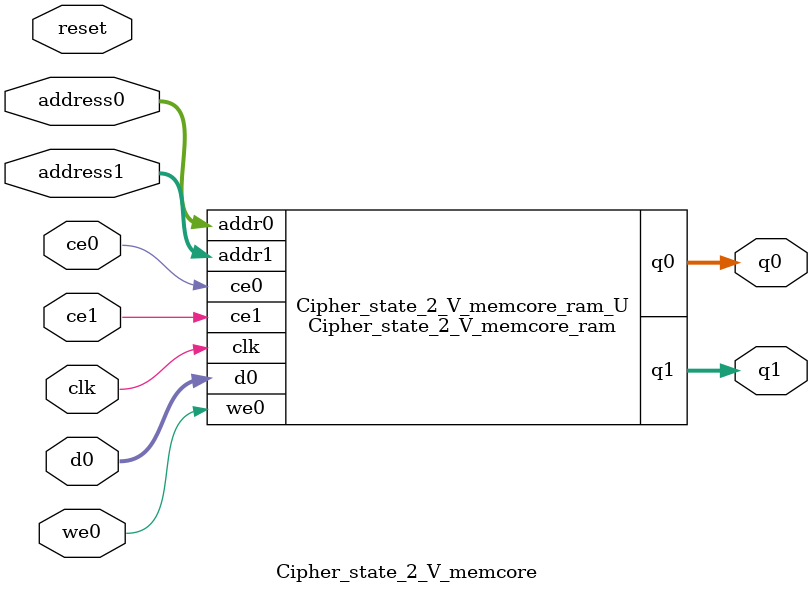
<source format=v>
`timescale 1 ns / 1 ps
module Cipher_state_2_V_memcore_ram (addr0, ce0, d0, we0, q0, addr1, ce1, q1,  clk);

parameter DWIDTH = 8;
parameter AWIDTH = 4;
parameter MEM_SIZE = 16;

input[AWIDTH-1:0] addr0;
input ce0;
input[DWIDTH-1:0] d0;
input we0;
output reg[DWIDTH-1:0] q0;
input[AWIDTH-1:0] addr1;
input ce1;
output reg[DWIDTH-1:0] q1;
input clk;

(* ram_style = "distributed" *)reg [DWIDTH-1:0] ram[0:MEM_SIZE-1];




always @(posedge clk)  
begin 
    if (ce0) 
    begin
        if (we0) 
        begin 
            ram[addr0] <= d0; 
        end 
        q0 <= ram[addr0];
    end
end


always @(posedge clk)  
begin 
    if (ce1) 
    begin
        q1 <= ram[addr1];
    end
end


endmodule

`timescale 1 ns / 1 ps
module Cipher_state_2_V_memcore(
    reset,
    clk,
    address0,
    ce0,
    we0,
    d0,
    q0,
    address1,
    ce1,
    q1);

parameter DataWidth = 32'd8;
parameter AddressRange = 32'd16;
parameter AddressWidth = 32'd4;
input reset;
input clk;
input[AddressWidth - 1:0] address0;
input ce0;
input we0;
input[DataWidth - 1:0] d0;
output[DataWidth - 1:0] q0;
input[AddressWidth - 1:0] address1;
input ce1;
output[DataWidth - 1:0] q1;



Cipher_state_2_V_memcore_ram Cipher_state_2_V_memcore_ram_U(
    .clk( clk ),
    .addr0( address0 ),
    .ce0( ce0 ),
    .we0( we0 ),
    .d0( d0 ),
    .q0( q0 ),
    .addr1( address1 ),
    .ce1( ce1 ),
    .q1( q1 ));

endmodule


</source>
